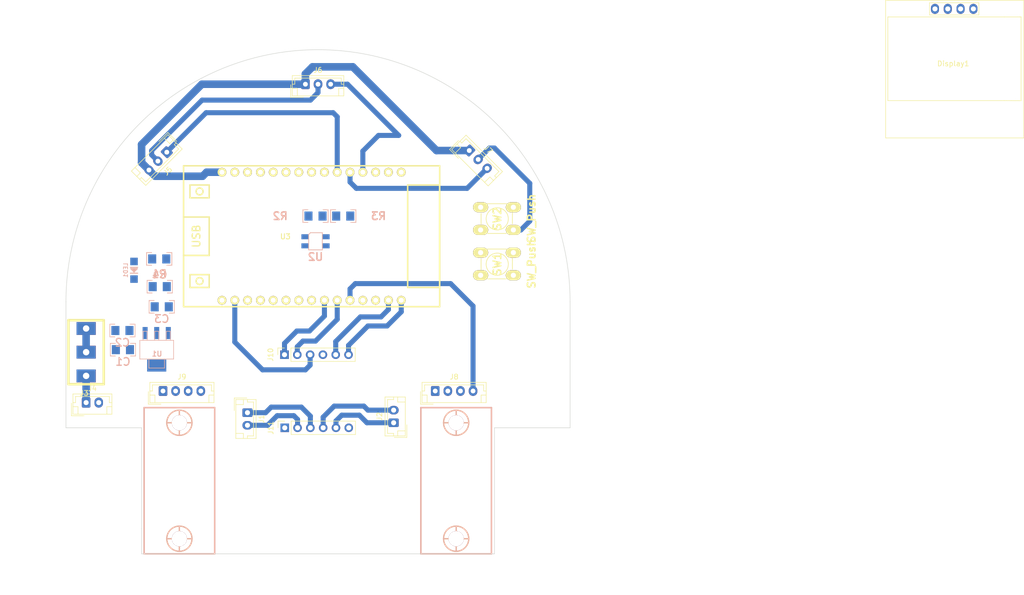
<source format=kicad_pcb>
(kicad_pcb (version 20211014) (generator pcbnew)
  (layers (0 "F.Cu" signal) (31 "B.Cu" signal) (34 "B.Paste" user) (35 "F.Paste" user) (36 "B.SilkS" user "B.Silkscreen") (37 "F.SilkS" user "F.Silkscreen") (38 "B.Mask" user) (39 "F.Mask" user) (44 "Edge.Cuts" user))
  (net 0 "")
  (net 1 "+BATT")
  (net 2 "GND")
  (net 3 "+5V")
  (net 4 "/IR_DER")
  (net 5 "/IR_FRONTAL")
  (net 6 "/IR_IZQ")
  (net 7 "/D0")
  (net 9 "/D1")
  (net 11 "/VBAT")
  (net 12 "/BIN1")
  (net 13 "/BIN2")
  (net 14 "/AIN2")
  (net 15 "/AIN1")
  (net 16 "/BOUT1")
  (net 17 "/BOUT2")
  (net 18 "/AOUT2")
  (net 19 "/AOUT1")
  (net 20 "Net-(LED1-Pad1)")
  (net 21 "/SCL")
  (net 22 "/SDA")
  (net 25 "Net-(R2-Pad2)")
  (net 26 "/TATAMI")
  (net 27 "/Start")
  (net 28 "/Strategy_A")
  (footprint "Connector_JST:JST_EH_B2B-EH-A_1x02_P2.50mm_Vertical" (layer "F.Cu") (at 146 112 -90)
    (fp_text reference "J1" (at 1.25 -2.8 90) (layer "F.SilkS"))
    (fp_text value "MotorIzq")
    (fp_line (start 4.61 0) (end 5.11 0) (layer "F.SilkS") (width 0.12))
    (fp_line (start -1.61 0.81) (end -1.61 2.31) (layer "F.SilkS") (width 0.12))
    (fp_line (start 5.11 0.81) (end 4.11 0.81) (layer "F.SilkS") (width 0.12))
    (fp_line (start 5.11 2.31) (end 5.11 -1.71) (layer "F.SilkS") (width 0.12))
    (fp_line (start -2.61 0) (end -2.11 0) (layer "F.SilkS") (width 0.12))
    (fp_line (start -2.61 2.31) (end 5.11 2.31) (layer "F.SilkS") (width 0.12))
    (fp_line (start -2.91 0.11) (end -2.91 2.61) (layer "F.SilkS") (width 0.12))
    (fp_line (start -2.61 -1.71) (end -2.61 2.31) (layer "F.SilkS") (width 0.12))
    (fp_line (start -2.61 0.81) (end -1.61 0.81) (layer "F.SilkS") (width 0.12))
    (fp_line (start 4.61 -1.21) (end 4.61 0) (layer "F.SilkS") (width 0.12))
    (fp_line (start 4.11 0.81) (end 4.11 2.31) (layer "F.SilkS") (width 0.12))
    (fp_line (start -2.11 -1.21) (end 4.61 -1.21) (layer "F.SilkS") (width 0.12))
    (fp_line (start -2.11 0) (end -2.11 -1.21) (layer "F.SilkS") (width 0.12))
    (fp_line (start -2.91 2.61) (end -0.41 2.61) (layer "F.SilkS") (width 0.12))
    (fp_line (start 5.11 -1.71) (end -2.61 -1.71) (layer "F.SilkS") (width 0.12))
    (pad "1" thru_hole roundrect (at 0 0 270) (size 1.7 2) (drill 1) (layers *.Cu *.Mask) (roundrect_rratio 0.147059) (net 17 "/BOUT2"))
    (pad "2" thru_hole oval (at 2.5 0 270) (size 1.7 2) (drill 1) (layers *.Cu *.Mask) (net 16 "/BOUT1"))
  )
  (footprint "Connector_JST:JST_EH_B2B-EH-A_1x02_P2.50mm_Vertical" (layer "F.Cu") (at 175 114 90)
    (fp_text reference "J2" (at 1.25 -2.8 90) (layer "F.SilkS"))
    (fp_text value "MotorDer")
    (fp_line (start 4.61 -1.21) (end 4.61 0) (layer "F.SilkS") (width 0.12))
    (fp_line (start 5.11 -1.71) (end -2.61 -1.71) (layer "F.SilkS") (width 0.12))
    (fp_line (start -2.11 0) (end -2.11 -1.21) (layer "F.SilkS") (width 0.12))
    (fp_line (start -1.61 0.81) (end -1.61 2.31) (layer "F.SilkS") (width 0.12))
    (fp_line (start -2.11 -1.21) (end 4.61 -1.21) (layer "F.SilkS") (width 0.12))
    (fp_line (start -2.61 -1.71) (end -2.61 2.31) (layer "F.SilkS") (width 0.12))
    (fp_line (start -2.91 2.61) (end -0.41 2.61) (layer "F.SilkS") (width 0.12))
    (fp_line (start 4.61 0) (end 5.11 0) (layer "F.SilkS") (width 0.12))
    (fp_line (start 5.11 2.31) (end 5.11 -1.71) (layer "F.SilkS") (width 0.12))
    (fp_line (start -2.61 0.81) (end -1.61 0.81) (layer "F.SilkS") (width 0.12))
    (fp_line (start 5.11 0.81) (end 4.11 0.81) (layer "F.SilkS") (width 0.12))
    (fp_line (start -2.61 0) (end -2.11 0) (layer "F.SilkS") (width 0.12))
    (fp_line (start -2.61 2.31) (end 5.11 2.31) (layer "F.SilkS") (width 0.12))
    (fp_line (start -2.91 0.11) (end -2.91 2.61) (layer "F.SilkS") (width 0.12))
    (fp_line (start 4.11 0.81) (end 4.11 2.31) (layer "F.SilkS") (width 0.12))
    (pad "1" thru_hole roundrect (at 0 0 90) (size 1.7 2) (drill 1) (layers *.Cu *.Mask) (roundrect_rratio 0.147059) (net 19 "/AOUT1"))
    (pad "2" thru_hole oval (at 2.5 0 90) (size 1.7 2) (drill 1) (layers *.Cu *.Mask) (net 18 "/AOUT2"))
  )
  (footprint "Connector_JST:JST_EH_B4B-EH-A_1x04_P2.50mm_Vertical" (layer "F.Cu") (at 183.25 107.7)
    (fp_text reference "J8" (at 3.75 -2.8) (layer "F.SilkS"))
    (fp_text value "Encoder_DER")
    (fp_line (start -2.11 0) (end -2.11 -1.21) (layer "F.SilkS") (width 0.12))
    (fp_line (start -2.11 -1.21) (end 9.61 -1.21) (layer "F.SilkS") (width 0.12))
    (fp_line (start 9.11 0.81) (end 9.11 2.31) (layer "F.SilkS") (width 0.12))
    (fp_line (start -2.91 2.61) (end -0.41 2.61) (layer "F.SilkS") (width 0.12))
    (fp_line (start 9.61 -1.21) (end 9.61 0) (layer "F.SilkS") (width 0.12))
    (fp_line (start 10.11 2.31) (end 10.11 -1.71) (layer "F.SilkS") (width 0.12))
    (fp_line (start 9.61 0) (end 10.11 0) (layer "F.SilkS") (width 0.12))
    (fp_line (start -2.61 0) (end -2.11 0) (layer "F.SilkS") (width 0.12))
    (fp_line (start 10.11 -1.71) (end -2.61 -1.71) (layer "F.SilkS") (width 0.12))
    (fp_line (start -2.61 -1.71) (end -2.61 2.31) (layer "F.SilkS") (width 0.12))
    (fp_line (start 10.11 0.81) (end 9.11 0.81) (layer "F.SilkS") (width 0.12))
    (fp_line (start -2.91 0.11) (end -2.91 2.61) (layer "F.SilkS") (width 0.12))
    (fp_line (start -1.61 0.81) (end -1.61 2.31) (layer "F.SilkS") (width 0.12))
    (fp_line (start -2.61 0.81) (end -1.61 0.81) (layer "F.SilkS") (width 0.12))
    (fp_line (start -2.61 2.31) (end 10.11 2.31) (layer "F.SilkS") (width 0.12))
    (pad "1" thru_hole roundrect (at 0 0) (size 1.7 1.95) (drill 0.95) (layers *.Cu *.Mask) (roundrect_rratio 0.147059) (net 3 "+5V"))
    (pad "2" thru_hole oval (at 2.5 0) (size 1.7 1.95) (drill 0.95) (layers *.Cu *.Mask) (net 2 "GND"))
    (pad "3" thru_hole oval (at 5 0) (size 1.7 1.95) (drill 0.95) (layers *.Cu *.Mask))
    (pad "4" thru_hole oval (at 7.5 0) (size 1.7 1.95) (drill 0.95) (layers *.Cu *.Mask) (net 7 "/D0"))
  )
  (footprint "Connector_JST:JST_EH_B3B-EH-A_1x03_P2.50mm_Vertical" (layer "F.Cu") (at 157.5 46.845)
    (fp_text reference "J6" (at 2.5 -2.8) (layer "F.SilkS"))
    (fp_text value "Distancia_Frontal")
    (fp_line (start 7.61 2.31) (end 7.61 -1.71) (layer "F.SilkS") (width 0.12))
    (fp_line (start -2.11 -1.21) (end 7.11 -1.21) (layer "F.SilkS") (width 0.12))
    (fp_line (start -2.61 2.31) (end 7.61 2.31) (layer "F.SilkS") (width 0.12))
    (fp_line (start 7.11 -1.21) (end 7.11 0) (layer "F.SilkS") (width 0.12))
    (fp_line (start -2.61 0.81) (end -1.61 0.81) (layer "F.SilkS") (width 0.12))
    (fp_line (start 7.11 0) (end 7.61 0) (layer "F.SilkS") (width 0.12))
    (fp_line (start -2.61 0) (end -2.11 0) (layer "F.SilkS") (width 0.12))
    (fp_line (start 6.61 0.81) (end 6.61 2.31) (layer "F.SilkS") (width 0.12))
    (fp_line (start -2.91 0.11) (end -2.91 2.61) (layer "F.SilkS") (width 0.12))
    (fp_line (start -2.61 -1.71) (end -2.61 2.31) (layer "F.SilkS") (width 0.12))
    (fp_line (start -2.11 0) (end -2.11 -1.21) (layer "F.SilkS") (width 0.12))
    (fp_line (start -2.91 2.61) (end -0.41 2.61) (layer "F.SilkS") (width 0.12))
    (fp_line (start -1.61 0.81) (end -1.61 2.31) (layer "F.SilkS") (width 0.12))
    (fp_line (start 7.61 -1.71) (end -2.61 -1.71) (layer "F.SilkS") (width 0.12))
    (fp_line (start 7.61 0.81) (end 6.61 0.81) (layer "F.SilkS") (width 0.12))
    (pad "1" thru_hole roundrect (at 0 0) (size 1.7 1.95) (drill 0.95) (layers *.Cu *.Mask) (roundrect_rratio 0.147059) (net 3 "+5V"))
    (pad "2" thru_hole oval (at 2.5 0) (size 1.7 1.95) (drill 0.95) (layers *.Cu *.Mask) (net 2 "GND"))
    (pad "3" thru_hole oval (at 5 0) (size 1.7 1.95) (drill 0.95) (layers *.Cu *.Mask) (net 5 "/IR_FRONTAL"))
  )
  (footprint "Connector_JST:JST_EH_B4B-EH-A_1x04_P2.50mm_Vertical" (layer "F.Cu") (at 129.25 107.7)
    (fp_text reference "J9" (at 3.75 -2.8) (layer "F.SilkS"))
    (fp_text value "Encoder_IZQ")
    (fp_line (start -1.61 0.81) (end -1.61 2.31) (layer "F.SilkS") (width 0.12))
    (fp_line (start 9.61 -1.21) (end 9.61 0) (layer "F.SilkS") (width 0.12))
    (fp_line (start -2.61 2.31) (end 10.11 2.31) (layer "F.SilkS") (width 0.12))
    (fp_line (start -2.61 0.81) (end -1.61 0.81) (layer "F.SilkS") (width 0.12))
    (fp_line (start 10.11 -1.71) (end -2.61 -1.71) (layer "F.SilkS") (width 0.12))
    (fp_line (start -2.11 0) (end -2.11 -1.21) (layer "F.SilkS") (width 0.12))
    (fp_line (start 10.11 0.81) (end 9.11 0.81) (layer "F.SilkS") (width 0.12))
    (fp_line (start -2.11 -1.21) (end 9.61 -1.21) (layer "F.SilkS") (width 0.12))
    (fp_line (start -2.61 0) (end -2.11 0) (layer "F.SilkS") (width 0.12))
    (fp_line (start -2.91 2.61) (end -0.41 2.61) (layer "F.SilkS") (width 0.12))
    (fp_line (start -2.91 0.11) (end -2.91 2.61) (layer "F.SilkS") (width 0.12))
    (fp_line (start 9.11 0.81) (end 9.11 2.31) (layer "F.SilkS") (width 0.12))
    (fp_line (start -2.61 -1.71) (end -2.61 2.31) (layer "F.SilkS") (width 0.12))
    (fp_line (start 9.61 0) (end 10.11 0) (layer "F.SilkS") (width 0.12))
    (fp_line (start 10.11 2.31) (end 10.11 -1.71) (layer "F.SilkS") (width 0.12))
    (pad "1" thru_hole roundrect (at 0 0) (size 1.7 1.95) (drill 0.95) (layers *.Cu *.Mask) (roundrect_rratio 0.147059) (net 3 "+5V"))
    (pad "2" thru_hole oval (at 2.5 0) (size 1.7 1.95) (drill 0.95) (layers *.Cu *.Mask) (net 2 "GND"))
    (pad "3" thru_hole oval (at 5 0) (size 1.7 1.95) (drill 0.95) (layers *.Cu *.Mask) (net 9 "/D1"))
    (pad "4" thru_hole oval (at 7.5 0) (size 1.7 1.95) (drill 0.95) (layers *.Cu *.Mask))
  )
  (footprint "Connector_PinSocket_2.54mm:PinSocket_1x06_P2.54mm_Vertical" (layer "F.Cu") (at 153.35 100.5 90)
    (fp_text reference "J10" (at 0 -2.77 90) (layer "F.SilkS"))
    (fp_text value "DRV8833_IN")
    (fp_line (start 1.33 -1.33) (end 1.33 0) (layer "F.SilkS") (width 0.12))
    (fp_line (start -1.33 1.27) (end 1.33 1.27) (layer "F.SilkS") (width 0.12))
    (fp_line (start 1.33 1.27) (end 1.33 14.03) (layer "F.SilkS") (width 0.12))
    (fp_line (start 0 -1.33) (end 1.33 -1.33) (layer "F.SilkS") (width 0.12))
    (fp_line (start -1.33 14.03) (end 1.33 14.03) (layer "F.SilkS") (width 0.12))
    (fp_line (start -1.33 1.27) (end -1.33 14.03) (layer "F.SilkS") (width 0.12))
    (pad "1" thru_hole rect (at 0 0 90) (size 1.7 1.7) (drill 1) (layers *.Cu *.Mask) (net 15 "/AIN1"))
    (pad "2" thru_hole oval (at 0 2.54 90) (size 1.7 1.7) (drill 1) (layers *.Cu *.Mask) (net 14 "/AIN2"))
    (pad "3" thru_hole oval (at 0 5.08 90) (size 1.7 1.7) (drill 1) (layers *.Cu *.Mask) (net 2 "GND"))
    (pad "4" thru_hole oval (at 0 7.62 90) (size 1.7 1.7) (drill 1) (layers *.Cu *.Mask) (net 1 "+BATT"))
    (pad "5" thru_hole oval (at 0 10.16 90) (size 1.7 1.7) (drill 1) (layers *.Cu *.Mask) (net 13 "/BIN2"))
    (pad "6" thru_hole oval (at 0 12.7 90) (size 1.7 1.7) (drill 1) (layers *.Cu *.Mask) (net 12 "/BIN1"))
  )
  (footprint "EESTN5:SW_SPDT_TH_Vertical" (layer "F.Cu") (at 114 100 180)
    (fp_text reference "J3" (at 0.381 -8.128) (layer "F.SilkS"))
    (fp_text value "SWITCH" hide)
    (fp_line (start 3.5 -6.35) (end 3.5 6.35) (layer "F.SilkS") (width 0.508))
    (fp_line (start -3.5 6.35) (end 3.5 6.35) (layer "F.SilkS") (width 0.508))
    (fp_line (start 3.5 -6.35) (end -3.5 -6.35) (layer "F.SilkS") (width 0.5))
    (fp_line (start -3.5 -6.35) (end -3.5 6.35) (layer "F.SilkS") (width 0.5))
    (pad "1" thru_hole rect locked (at 0 -4.7 180) (size 3.81 2.54) (drill 1.27) (layers *.Cu *.Mask) (net 11 "/VBAT"))
    (pad "2" thru_hole rect locked (at 0 0 180) (size 3.81 2.54) (drill 1.27) (layers *.Cu *.Mask) (net 1 "+BATT"))
    (pad "3" thru_hole rect locked (at 0 4.7 180) (size 3.81 2.54) (drill 1.27) (layers *.Cu *.Mask) (net 1 "+BATT"))
  )
  (footprint "Connector_PinSocket_2.54mm:PinSocket_1x06_P2.54mm_Vertical" (layer "F.Cu") (at 153.4 115 90)
    (fp_text reference "J11" (at 0 -2.77 90) (layer "F.SilkS"))
    (fp_text value "DRV8833_OUT")
    (fp_line (start 1.33 1.27) (end 1.33 14.03) (layer "F.SilkS") (width 0.12))
    (fp_line (start -1.33 1.27) (end 1.33 1.27) (layer "F.SilkS") (width 0.12))
    (fp_line (start 0 -1.33) (end 1.33 -1.33) (layer "F.SilkS") (width 0.12))
    (fp_line (start -1.33 14.03) (end 1.33 14.03) (layer "F.SilkS") (width 0.12))
    (fp_line (start -1.33 1.27) (end -1.33 14.03) (layer "F.SilkS") (width 0.12))
    (fp_line (start 1.33 -1.33) (end 1.33 0) (layer "F.SilkS") (width 0.12))
    (pad "1" thru_hole rect (at 0 0 90) (size 1.7 1.7) (drill 1) (layers *.Cu *.Mask))
    (pad "2" thru_hole oval (at 0 2.54 90) (size 1.7 1.7) (drill 1) (layers *.Cu *.Mask) (net 16 "/BOUT1"))
    (pad "3" thru_hole oval (at 0 5.08 90) (size 1.7 1.7) (drill 1) (layers *.Cu *.Mask) (net 17 "/BOUT2"))
    (pad "4" thru_hole oval (at 0 7.62 90) (size 1.7 1.7) (drill 1) (layers *.Cu *.Mask) (net 18 "/AOUT2"))
    (pad "5" thru_hole oval (at 0 10.16 90) (size 1.7 1.7) (drill 1) (layers *.Cu *.Mask) (net 19 "/AOUT1"))
    (pad "6" thru_hole oval (at 0 12.7 90) (size 1.7 1.7) (drill 1) (layers *.Cu *.Mask))
  )
  (footprint "Connector_JST:JST_EH_B3B-EH-A_1x03_P2.50mm_Vertical" (layer "F.Cu") (at 190 60 -45)
    (fp_text reference "J7" (at 2.5 -2.8 135) (layer "F.SilkS"))
    (fp_text value "Distancia_Der")
    (fp_line (start 7.61 0.81) (end 6.61 0.81) (layer "F.SilkS") (width 0.12))
    (fp_line (start -2.11 -1.21) (end 7.11 -1.21) (layer "F.SilkS") (width 0.12))
    (fp_line (start -2.61 0.81) (end -1.61 0.81) (layer "F.SilkS") (width 0.12))
    (fp_line (start 7.11 -1.21) (end 7.11 0) (layer "F.SilkS") (width 0.12))
    (fp_line (start -2.91 2.61) (end -0.41 2.61) (layer "F.SilkS") (width 0.12))
    (fp_line (start -2.91 0.11) (end -2.91 2.61) (layer "F.SilkS") (width 0.12))
    (fp_line (start 7.61 2.31) (end 7.61 -1.71) (layer "F.SilkS") (width 0.12))
    (fp_line (start -1.61 0.81) (end -1.61 2.31) (layer "F.SilkS") (width 0.12))
    (fp_line (start 6.61 0.81) (end 6.61 2.31) (layer "F.SilkS") (width 0.12))
    (fp_line (start -2.61 2.31) (end 7.61 2.31) (layer "F.SilkS") (width 0.12))
    (fp_line (start 7.61 -1.71) (end -2.61 -1.71) (layer "F.SilkS") (width 0.12))
    (fp_line (start 7.11 0) (end 7.61 0) (layer "F.SilkS") (width 0.12))
    (fp_line (start -2.61 -1.71) (end -2.61 2.31) (layer "F.SilkS") (width 0.12))
    (fp_line (start -2.61 0) (end -2.11 0) (layer "F.SilkS") (width 0.12))
    (fp_line (start -2.11 0) (end -2.11 -1.21) (layer "F.SilkS") (width 0.12))
    (pad "1" thru_hole roundrect (at 0 0 315) (size 1.7 1.95) (drill 0.95) (layers *.Cu *.Mask) (roundrect_rratio 0.147059) (net 3 "+5V"))
    (pad "2" thru_hole oval (at 2.5 0 315) (size 1.7 1.95) (drill 0.95) (layers *.Cu *.Mask) (net 2 "GND"))
    (pad "3" thru_hole oval (at 5 0 315) (size 1.7 1.95) (drill 0.95) (layers *.Cu *.Mask) (net 6 "/IR_IZQ"))
  )
  (footprint "EESTN5:Pulsador_TH_4" (layer "F.Cu") (at 195.5 82.5 -90)
    (fp_text reference "SW1" (at 0.05 -0.05 90) (layer "F.SilkS") (effects (font (size 1.5 1.5) (thickness 0.3))))
    (fp_text value "SW_Push" (at 0 -6.85 90) (layer "F.SilkS") (effects (font (size 1.5 1.5) (thickness 0.3))))
    (fp_line (start -1.05 3.15) (end 1.15 3.15) (layer "F.SilkS") (width 0.15))
    (fp_line (start 2.95 -1.85) (end 2.95 1.85) (layer "F.SilkS") (width 0.15))
    (fp_line (start -2.95 -1.95) (end -2.95 1.95) (layer "F.SilkS") (width 0.15))
    (fp_line (start -1.15 -3.05) (end 1.05 -3.05) (layer "F.SilkS") (width 0.15))
    (fp_circle (center 0.05 -0.05) (end 0.05 2.15) (layer "F.SilkS") (width 0.15) (fill none))
    (pad "1" thru_hole oval locked (at 2.25 -3.25 270) (size 2 3) (drill 1.016) (layers *.Cu *.Mask "F.SilkS") (net 2 "GND"))
    (pad "2" thru_hole oval locked (at 2.25 3.25 270) (size 2 3) (drill 1.016) (layers *.Cu *.Mask "F.SilkS") (net 27 "/Start"))
    (pad "3" thru_hole oval locked (at -2.25 -3.25 270) (size 2 3) (drill 1.016) (layers *.Cu *.Mask "F.SilkS"))
    (pad "4" thru_hole oval locked (at -2.25 3.25 270) (size 2 3) (drill 1.016) (layers *.Cu *.Mask "F.SilkS"))
  )
  (footprint "EESTN5:ESP32_DevKit_V1_CH9102X" (layer "F.Cu") (at 160 77 180)
    (fp_text reference "U3" (at 6.477 -0.0635) (layer "F.SilkS") (effects (font (size 1.016 1.016) (thickness 0.2032))))
    (fp_text value "ESP32_DevKit_V1_CH9102X" hide)
    (fp_text user "USB" (at 24.13 0 90) (layer "F.SilkS") (effects (font (size 1.524 1.524) (thickness 0.254))))
    (fp_line (start 21.59 7.62) (end 25.4 7.62) (layer "F.SilkS") (width 0.3048))
    (fp_line (start 26.67 -3.81) (end 21.59 -3.81) (layer "F.SilkS") (width 0.3048))
    (fp_line (start -24.13 -13.97) (end 26.67 -13.97) (layer "F.SilkS") (width 0.3048))
    (fp_line (start 25.4 7.62) (end 25.4 10.16) (layer "F.SilkS") (width 0.3048))
    (fp_line (start 21.59 3.81) (end 26.67 3.81) (layer "F.SilkS") (width 0.3048))
    (fp_line (start 21.59 -7.62) (end 25.4 -7.62) (layer "F.SilkS") (width 0.3048))
    (fp_line (start -24.13 10.16) (end -17.78 10.16) (layer "F.SilkS") (width 0.3048))
    (fp_line (start 25.4 -7.62) (end 25.4 -10.16) (layer "F.SilkS") (width 0.3048))
    (fp_line (start 25.4 10.16) (end 21.59 10.16) (layer "F.SilkS") (width 0.3048))
    (fp_line (start 21.59 -10.16) (end 21.59 -7.62) (layer "F.SilkS") (width 0.3048))
    (fp_line (start 26.67 13.97) (end -24.13 13.97) (layer "F.SilkS") (width 0.3048))
    (fp_line (start 21.59 -3.81) (end 21.59 3.81) (layer "F.SilkS") (width 0.3048))
    (fp_line (start -17.78 -10.16) (end -17.78 10.16) (layer "F.SilkS") (width 0.3048))
    (fp_line (start -24.13 -10.16) (end -24.13 10.16) (layer "F.SilkS") (width 0.3048))
    (fp_line (start 26.67 13.97) (end 26.67 -13.97) (layer "F.SilkS") (width 0.3048))
    (fp_line (start 25.4 -10.16) (end 21.59 -10.16) (layer "F.SilkS") (width 0.3048))
    (fp_line (start -24.13 -13.97) (end -24.13 13.97) (layer "F.SilkS") (width 0.3048))
    (fp_line (start 21.59 10.16) (end 21.59 7.62) (layer "F.SilkS") (width 0.3048))
    (fp_line (start -24.13 -10.16) (end -17.78 -10.16) (layer "F.SilkS") (width 0.3048))
    (fp_circle (center 23.495 8.89) (end 24.0665 9.271) (layer "F.SilkS") (width 0.3048) (fill none))
    (fp_circle (center 23.495 -8.89) (end 24.0665 -8.509) (layer "F.SilkS") (width 0.3048) (fill none))
    (pad "1" thru_hole circle (at -16.51 12.7 180) (size 1.75 1.75) (drill 1) (layers *.Cu *.Mask "F.SilkS"))
    (pad "2" thru_hole circle (at -13.97 12.7 180) (size 1.75 1.75) (drill 1) (layers *.Cu *.Mask "F.SilkS"))
    (pad "3" thru_hole circle (at -11.43 12.7 180) (size 1.75 1.75) (drill 1) (layers *.Cu *.Mask "F.SilkS"))
    (pad "4" thru_hole circle (at -8.89 12.7 180) (size 1.75 1.75) (drill 1) (layers *.Cu *.Mask "F.SilkS") (net 5 "/IR_FRONTAL"))
    (pad "5" thru_hole circle (at -6.35 12.7 180) (size 1.75 1.75) (drill 1) (layers *.Cu *.Mask "F.SilkS") (net 6 "/IR_IZQ"))
    (pad "6" thru_hole circle (at -3.81 12.7 180) (size 1.75 1.75) (drill 1) (layers *.Cu *.Mask "F.SilkS") (net 4 "/IR_DER"))
    (pad "7" thru_hole circle (at -1.27 12.7 180) (size 1.75 1.75) (drill 1) (layers *.Cu *.Mask "F.SilkS") (net 26 "/TATAMI"))
    (pad "8" thru_hole circle (at 1.27 12.7 180) (size 1.75 1.75) (drill 1) (layers *.Cu *.Mask "F.SilkS") (net 27 "/Start"))
    (pad "9" thru_hole circle (at 3.81 12.7 180) (size 1.75 1.75) (drill 1) (layers *.Cu *.Mask "F.SilkS") (net 9 "/D1"))
    (pad "10" thru_hole circle (at 6.35 12.7 180) (size 1.75 1.75) (drill 1) (layers *.Cu *.Mask "F.SilkS") (net 28 "/Strategy_A"))
    (pad "11" thru_hole circle (at 8.89 12.7 180) (size 1.75 1.75) (drill 1) (layers *.Cu *.Mask "F.SilkS"))
    (pad "12" thru_hole circle (at 11.43 12.7 180) (size 1.75 1.75) (drill 1) (layers *.Cu *.Mask "F.SilkS"))
    (pad "13" thru_hole circle (at 13.97 12.7 180) (size 1.75 1.75) (drill 1) (layers *.Cu *.Mask "F.SilkS"))
    (pad "14" thru_hole circle (at 16.51 12.7 180) (size 1.75 1.75) (drill 1) (layers *.Cu *.Mask "F.SilkS") (net 2 "GND"))
    (pad "15" thru_hole circle (at 19.05 12.7 180) (size 1.75 1.75) (drill 1) (layers *.Cu *.Mask "F.SilkS") (net 3 "+5V"))
    (pad "16" thru_hole circle (at 19.05 -12.7) (size 1.75 1.75) (drill 1) (layers *.Cu *.Mask "F.SilkS"))
    (pad "17" thru_hole circle (at 16.51 -12.7) (size 1.75 1.75) (drill 1) (layers *.Cu *.Mask "F.SilkS") (net 2 "GND"))
    (pad "18" thru_hole circle (at 13.97 -12.7) (size 1.75 1.75) (drill 1) (layers *.Cu *.Mask "F.SilkS"))
    (pad "19" thru_hole circle (at 11.43 -12.7) (size 1.75 1.75) (drill 1) (layers *.Cu *.Mask "F.SilkS"))
    (pad "20" thru_hole circle (at 8.89 -12.7) (size 1.75 1.75) (drill 1) (layers *.Cu *.Mask "F.SilkS"))
    (pad "21" thru_hole circle (at 6.35 -12.7) (size 1.75 1.75) (drill 1) (layers *.Cu *.Mask "F.SilkS") (net 22 "/SDA"))
    (pad "22" thru_hole circle (at 3.81 -12.7) (size 1.75 1.75) (drill 1) (layers *.Cu *.Mask "F.SilkS") (net 21 "/SCL"))
    (pad "23" thru_hole circle (at 1.27 -12.7) (size 1.75 1.75) (drill 1) (layers *.Cu *.Mask "F.SilkS"))
    (pad "24" thru_hole circle (at -1.27 -12.7) (size 1.75 1.75) (drill 1) (layers *.Cu *.Mask "F.SilkS") (net 15 "/AIN1"))
    (pad "25" thru_hole circle (at -3.81 -12.7) (size 1.75 1.75) (drill 1) (layers *.Cu *.Mask "F.SilkS") (net 14 "/AIN2"))
    (pad "26" thru_hole circle (at -6.35 -12.7) (size 1.75 1.75) (drill 1) (layers *.Cu *.Mask "F.SilkS") (net 7 "/D0"))
    (pad "27" thru_hole circle (at -8.89 -12.7) (size 1.75 1.75) (drill 1) (layers *.Cu *.Mask "F.SilkS"))
    (pad "28" thru_hole circle (at -11.43 -12.7) (size 1.75 1.75) (drill 1) (layers *.Cu *.Mask "F.SilkS"))
    (pad "29" thru_hole circle (at -13.97 -12.7) (size 1.75 1.75) (drill 1) (layers *.Cu *.Mask "F.SilkS") (net 13 "/BIN2"))
    (pad "30" thru_hole circle (at -16.51 -12.7) (size 1.75 1.75) (drill 1) (layers *.Cu *.Mask "F.SilkS") (net 12 "/BIN1"))
  )
  (footprint "EESTN5:Pulsador_TH_4" (layer "F.Cu") (at 195.5 73.5 -90)
    (fp_text reference "SW2" (at 0.05 -0.05 90) (layer "F.SilkS") (effects (font (size 1.5 1.5) (thickness 0.3))))
    (fp_text value "SW_Push" (at 0 -6.85 90) (layer "F.SilkS") (effects (font (size 1.5 1.5) (thickness 0.3))))
    (fp_line (start -2.95 -1.95) (end -2.95 1.95) (layer "F.SilkS") (width 0.15))
    (fp_line (start -1.05 3.15) (end 1.15 3.15) (layer "F.SilkS") (width 0.15))
    (fp_line (start 2.95 -1.85) (end 2.95 1.85) (layer "F.SilkS") (width 0.15))
    (fp_line (start -1.15 -3.05) (end 1.05 -3.05) (layer "F.SilkS") (width 0.15))
    (fp_circle (center 0.05 -0.05) (end 0.05 2.15) (layer "F.SilkS") (width 0.15) (fill none))
    (pad "1" thru_hole oval locked (at 2.25 -3.25 270) (size 2 3) (drill 1.016) (layers *.Cu *.Mask "F.SilkS") (net 2 "GND"))
    (pad "2" thru_hole oval locked (at 2.25 3.25 270) (size 2 3) (drill 1.016) (layers *.Cu *.Mask "F.SilkS") (net 28 "/Strategy_A"))
    (pad "3" thru_hole oval locked (at -2.25 -3.25 270) (size 2 3) (drill 1.016) (layers *.Cu *.Mask "F.SilkS"))
    (pad "4" thru_hole oval locked (at -2.25 3.25 270) (size 2 3) (drill 1.016) (layers *.Cu *.Mask "F.SilkS"))
  )
  (footprint "Connector_JST:JST_EH_B2B-EH-A_1x02_P2.50mm_Vertical" (layer "F.Cu") (at 114 110)
    (fp_text reference "J4" (at 1.25 -2.8) (layer "F.SilkS"))
    (fp_text value "Jack_Batt")
    (fp_line (start 5.11 0.81) (end 4.11 0.81) (layer "F.SilkS") (width 0.12))
    (fp_line (start 4.11 0.81) (end 4.11 2.31) (layer "F.SilkS") (width 0.12))
    (fp_line (start -2.61 0.81) (end -1.61 0.81) (layer "F.SilkS") (width 0.12))
    (fp_line (start -2.11 -1.21) (end 4.61 -1.21) (layer "F.SilkS") (width 0.12))
    (fp_line (start -2.61 2.31) (end 5.11 2.31) (layer "F.SilkS") (width 0.12))
    (fp_line (start 4.61 0) (end 5.11 0) (layer "F.SilkS") (width 0.12))
    (fp_line (start -2.91 2.61) (end -0.41 2.61) (layer "F.SilkS") (width 0.12))
    (fp_line (start 5.11 -1.71) (end -2.61 -1.71) (layer "F.SilkS") (width 0.12))
    (fp_line (start -1.61 0.81) (end -1.61 2.31) (layer "F.SilkS") (width 0.12))
    (fp_line (start -2.91 0.11) (end -2.91 2.61) (layer "F.SilkS") (width 0.12))
    (fp_line (start 4.61 -1.21) (end 4.61 0) (layer "F.SilkS") (width 0.12))
    (fp_line (start -2.61 -1.71) (end -2.61 2.31) (layer "F.SilkS") (width 0.12))
    (fp_line (start 5.11 2.31) (end 5.11 -1.71) (layer "F.SilkS") (width 0.12))
    (fp_line (start -2.61 0) (end -2.11 0) (layer "F.SilkS") (width 0.12))
    (fp_line (start -2.11 0) (end -2.11 -1.21) (layer "F.SilkS") (width 0.12))
    (pad "1" thru_hole roundrect (at 0 0) (size 1.7 2) (drill 1) (layers *.Cu *.Mask) (roundrect_rratio 0.147059) (net 11 "/VBAT"))
    (pad "2" thru_hole oval (at 2.5 0) (size 1.7 2) (drill 1) (layers *.Cu *.Mask) (net 2 "GND"))
  )
  (footprint "EESTN5:128x64OLED" (layer "F.Cu") (at 286 42.5)
    (fp_text reference "Display1" (at 0 0.254) (layer "F.SilkS"))
    (fp_text value "SSD1306-SSD1306-128x64_OLED")
    (fp_line (start -13.4 -12.3) (end 14 -12.3) (layer "F.SilkS") (width 0.12))
    (fp_line (start -12.978 -9.005) (end 10.122 -9.005) (layer "F.SilkS") (width 0.12))
    (fp_line (start -4.699 -11.811) (end 5.08 -11.811) (layer "F.SilkS") (width 0.12))
    (fp_line (start 10.122 7.595) (end -12.978 7.595) (layer "F.SilkS") (width 0.12))
    (fp_line (start 5.08 -11.811) (end 5.08 -9.398) (layer "F.SilkS") (width 0.12))
    (fp_line (start 13.462 7.62) (end 13.462 -9.017) (layer "F.SilkS") (width 0.12))
    (fp_line (start 13.462 -9.017) (end 13.208 -9.005) (layer "F.SilkS") (width 0.12))
    (fp_line (start 5.08 -9.398) (end -4.699 -9.398) (layer "F.SilkS") (width 0.12))
    (fp_line (start -13.4 15) (end -13.4 -12.3) (layer "F.SilkS") (width 0.12))
    (fp_line (start 10.122 7.595) (end 13.462 7.62) (layer "F.SilkS") (width 0.12))
    (fp_line (start 14 15) (end -13.4 15) (layer "F.SilkS") (width 0.12))
    (fp_line (start 14 -12.3) (end 14 15) (layer "F.SilkS") (width 0.12))
    (fp_line (start 10.122 -9.005) (end 13.208 -9.005) (layer "F.SilkS") (width 0.12))
    (fp_line (start -4.699 -11.811) (end -4.699 -9.398) (layer "F.SilkS") (width 0.12))
    (fp_line (start -12.978 7.595) (end -12.978 -9.005) (layer "F.SilkS") (width 0.12))
    (pad "1" thru_hole oval locked (at -3.62 -10.6 90) (size 2 1.6) (drill 1) (layers *.Cu *.Mask) (net 2 "GND"))
    (pad "2" thru_hole oval locked (at -1.08 -10.6 90) (size 2 1.6) (drill 1) (layers *.Cu *.Mask) (net 3 "+5V"))
    (pad "3" thru_hole oval locked (at 1.46 -10.6 90) (size 2 1.6) (drill 1) (layers *.Cu *.Mask) (net 21 "/SCL"))
    (pad "4" thru_hole oval locked (at 4 -10.6 90) (size 2 1.6) (drill 1) (layers *.Cu *.Mask) (net 22 "/SDA"))
  )
  (footprint "Connector_JST:JST_EH_B3B-EH-A_1x03_P2.50mm_Vertical" (layer "F.Cu") (at 130 60.33 -135)
    (fp_text reference "J5" (at 2.5 -2.8 45) (layer "F.SilkS"))
    (fp_text value "Distancia_Izq")
    (fp_line (start 7.61 2.31) (end 7.61 -1.71) (layer "F.SilkS") (width 0.12))
    (fp_line (start 7.11 0) (end 7.61 0) (layer "F.SilkS") (width 0.12))
    (fp_line (start -2.11 0) (end -2.11 -1.21) (layer "F.SilkS") (width 0.12))
    (fp_line (start 7.61 0.81) (end 6.61 0.81) (layer "F.SilkS") (width 0.12))
    (fp_line (start 7.11 -1.21) (end 7.11 0) (layer "F.SilkS") (width 0.12))
    (fp_line (start 6.61 0.81) (end 6.61 2.31) (layer "F.SilkS") (width 0.12))
    (fp_line (start -2.61 2.31) (end 7.61 2.31) (layer "F.SilkS") (width 0.12))
    (fp_line (start -2.61 0) (end -2.11 0) (layer "F.SilkS") (width 0.12))
    (fp_line (start -2.61 0.81) (end -1.61 0.81) (layer "F.SilkS") (width 0.12))
    (fp_line (start -2.61 -1.71) (end -2.61 2.31) (layer "F.SilkS") (width 0.12))
    (fp_line (start 7.61 -1.71) (end -2.61 -1.71) (layer "F.SilkS") (width 0.12))
    (fp_line (start -2.11 -1.21) (end 7.11 -1.21) (layer "F.SilkS") (width 0.12))
    (fp_line (start -2.91 0.11) (end -2.91 2.61) (layer "F.SilkS") (width 0.12))
    (fp_line (start -2.91 2.61) (end -0.41 2.61) (layer "F.SilkS") (width 0.12))
    (fp_line (start -1.61 0.81) (end -1.61 2.31) (layer "F.SilkS") (width 0.12))
    (pad "1" thru_hole roundrect (at 0 0 225) (size 1.7 1.95) (drill 0.95) (layers *.Cu *.Mask) (roundrect_rratio 0.147059) (net 4 "/IR_DER"))
    (pad "2" thru_hole oval (at 2.5 0 225) (size 1.7 1.95) (drill 0.95) (layers *.Cu *.Mask) (net 2 "GND"))
    (pad "3" thru_hole oval (at 5 0 225) (size 1.7 1.95) (drill 0.95) (layers *.Cu *.Mask) (net 3 "+5V"))
  )
  (footprint "EESTN5:C_1206" (layer "B.Cu") (at 121.3 99.5)
    (fp_text reference "C1" (at 0 2.4) (layer "B.SilkS") (effects (font (size 1.524 1.524) (thickness 0.254)) (justify mirror)))
    (fp_text value "220uF" hide)
    (fp_line (start -1.5 -1.25) (end -2.5 -1.25) (layer "B.SilkS") (width 0.15))
    (fp_line (start -2.5 1.25) (end -2.5 -1.25) (layer "B.SilkS") (width 0.127))
    (fp_line (start 1.5 -1.25) (end 2.5 -1.25) (layer "B.SilkS") (width 0.15))
    (fp_line (start 1.5 1.25) (end 2.5 1.25) (layer "B.SilkS") (width 0.15))
    (fp_line (start -1.5 1.25) (end -2.5 1.25) (layer "B.SilkS") (width 0.15))
    (fp_line (start 2.5 -1.25) (end 2.5 1.25) (layer "B.SilkS") (width 0.127))
    (pad "1" smd rect locked (at 1.397 0) (size 1.6002 1.8034) (layers "B.Cu" "B.Paste" "B.Mask") (net 1 "+BATT"))
    (pad "2" smd rect locked (at -1.397 0) (size 1.6002 1.8034) (layers "B.Cu" "B.Paste" "B.Mask") (net 2 "GND"))
  )
  (footprint "EESTN5:C_1206" (layer "B.Cu") (at 121.2 95.7)
    (fp_text reference "C2" (at 0 2.4) (layer "B.SilkS") (effects (font (size 1.524 1.524) (thickness 0.254)) (justify mirror)))
    (fp_text value "100nF" hide)
    (fp_line (start 2.5 -1.25) (end 2.5 1.25) (layer "B.SilkS") (width 0.127))
    (fp_line (start -1.5 1.25) (end -2.5 1.25) (layer "B.SilkS") (width 0.15))
    (fp_line (start -2.5 1.25) (end -2.5 -1.25) (layer "B.SilkS") (width 0.127))
    (fp_line (start -1.5 -1.25) (end -2.5 -1.25) (layer "B.SilkS") (width 0.15))
    (fp_line (start 1.5 -1.25) (end 2.5 -1.25) (layer "B.SilkS") (width 0.15))
    (fp_line (start 1.5 1.25) (end 2.5 1.25) (layer "B.SilkS") (width 0.15))
    (pad "1" smd rect locked (at 1.397 0) (size 1.6002 1.8034) (layers "B.Cu" "B.Paste" "B.Mask") (net 1 "+BATT"))
    (pad "2" smd rect locked (at -1.397 0) (size 1.6002 1.8034) (layers "B.Cu" "B.Paste" "B.Mask") (net 2 "GND"))
  )
  (footprint "EESTN5:Pololu_Micro_Con_Soporte_Simple" (layer "B.Cu") (at 187.4 125.5 -90)
    (fp_text reference "H1" hide)
    (fp_text value "Motor Der" hide)
    (fp_line (start -14 0) (end -9 0) (layer "B.SilkS") (width 0.254))
    (fp_line (start 9 0) (end 14 0) (layer "B.SilkS") (width 0.254))
    (fp_line (start -14.5 7) (end -14.5 -7) (layer "B.SilkS") (width 0.3048))
    (fp_line (start 14.5 -7) (end 14.5 7) (layer "B.SilkS") (width 0.3048))
    (fp_line (start 14.5 7) (end -14.5 7) (layer "B.SilkS") (width 0.3048))
    (fp_line (start -11.5 2.5) (end -11.5 -2.5) (layer "B.SilkS") (width 0.254))
    (fp_line (start -14.5 -7) (end 14.5 -7) (layer "B.SilkS") (width 0.3048))
    (fp_line (start 11.5 2.5) (end 11.5 -2.5) (layer "B.SilkS") (width 0.254))
    (fp_circle (center -11.5 0) (end -9 0) (layer "B.SilkS") (width 0.254) (fill none))
    (fp_circle (center 11.5 0) (end 14 0) (layer "B.SilkS") (width 0.254) (fill none))
    (fp_line (start 11.5 2.5) (end 11.5 -2.5) (layer "F.SilkS") (width 0.254))
    (fp_line (start 9 0) (end 14 0) (layer "F.SilkS") (width 0.254))
    (fp_line (start -14 0) (end -9 0) (layer "F.SilkS") (width 0.254))
    (fp_line (start -11.5 2.5) (end -11.5 -2.5) (layer "F.SilkS") (width 0.254))
    (fp_circle (center -11.5 0) (end -9 0) (layer "F.SilkS") (width 0.254) (fill none))
    (fp_circle (center 11.5 0) (end 14 0) (layer "F.SilkS") (width 0.254) (fill none))
    (pad "1" thru_hole circle locked (at 11.5 0 270) (size 3 3) (drill 3) (layers *.Cu "B.SilkS"))
    (pad "4" thru_hole circle locked (at -11.5 0 270) (size 3 3) (drill 3) (layers *.Cu "B.SilkS"))
  )
  (footprint "EESTN5:SOT223" (layer "B.Cu") (at 128 99.5)
    (fp_text reference "U1" (at 0.0508 0.8382) (layer "B.SilkS") (effects (font (size 1.00076 1.00076) (thickness 0.20066)) (justify mirror)))
    (fp_text value "L7805" hide)
    (fp_line (start -2.7051 -3.6449) (end -2.7051 -1.8542) (layer "B.SilkS") (width 0.127))
    (fp_line (start 3.3528 -1.8542) (end -3.3528 -1.8542) (layer "B.SilkS") (width 0.127))
    (fp_line (start 0.4064 -3.6449) (end 0.4064 -1.8542) (layer "B.SilkS") (width 0.127))
    (fp_line (start -2.7051 -3.6449) (end -1.8923 -3.6449) (layer "B.SilkS") (width 0.127))
    (fp_line (start -0.4064 -3.6449) (end -0.4064 -1.8542) (layer "B.SilkS") (width 0.127))
    (fp_line (start -0.4064 -3.6449) (end 0.4064 -3.6449) (layer "B.SilkS") (width 0.127))
    (fp_line (start 1.8923 -3.6449) (end 2.7051 -3.6449) (layer "B.SilkS") (width 0.127))
    (fp_line (start 3.3528 1.8542) (end 3.3528 -1.8542) (layer "B.SilkS") (width 0.127))
    (fp_line (start -1.5494 3.6449) (end -1.5494 1.8542) (layer "B.SilkS") (width 0.127))
    (fp_line (start -3.3528 -1.8542) (end -3.3528 1.8542) (layer "B.SilkS") (width 0.127))
    (fp_line (start 1.5494 3.6449) (end 1.5494 1.8542) (layer "B.SilkS") (width 0.127))
    (fp_line (start 2.7051 -3.6449) (end 2.7051 -1.8542) (layer "B.SilkS") (width 0.127))
    (fp_line (start 1.8923 -3.6449) (end 1.8923 -1.8542) (layer "B.SilkS") (width 0.127))
    (fp_line (start -1.8923 -3.6449) (end -1.8923 -1.8542) (layer "B.SilkS") (width 0.127))
    (fp_line (start -3.3528 1.8542) (end 3.3528 1.8542) (layer "B.SilkS") (width 0.127))
    (fp_line (start -1.5494 3.6449) (end 1.5494 3.6449) (layer "B.SilkS") (width 0.127))
    (pad "1" smd rect locked (at -2.3 -3.3) (size 1 2.4) (layers "B.Cu" "B.Paste" "B.Mask") (net 1 "+BATT"))
    (pad "2" smd rect locked (at 0 -3.3) (size 1 2.4) (layers "B.Cu" "B.Paste" "B.Mask") (net 2 "GND"))
    (pad "3" smd rect locked (at 2.3 -3.3) (size 1 2.4) (layers "B.Cu" "B.Paste" "B.Mask") (net 3 "+5V"))
    (pad "4" smd rect locked (at 0 3.15) (size 3.8 2.4) (layers "B.Cu" "B.Paste" "B.Mask"))
  )
  (footprint "EESTN5:QRE1113GR" (layer "B.Cu") (at 159.5 78 180)
    (fp_text reference "U2" (at 0 -3.1) (layer "B.SilkS") (effects (font (size 1.5 1.5) (thickness 0.3)) (justify mirror)))
    (fp_text value "QRE1113" hide)
    (fp_line (start 1.35 1.35) (end 1.35 -1.7) (layer "B.SilkS") (width 0.15))
    (fp_line (start -1.35 -1.7) (end -1.35 1.7) (layer "B.SilkS") (width 0.15))
    (fp_line (start 1 1.7) (end 1.35 1.35) (layer "B.SilkS") (width 0.15))
    (fp_line (start 1.35 -1.7) (end -1.35 -1.7) (layer "B.SilkS") (width 0.15))
    (fp_line (start -1.35 1.7) (end 1 1.7) (layer "B.SilkS") (width 0.15))
    (pad "1" smd rect locked (at 2.1 0.9 180) (size 1.4 1) (layers "B.Cu" "B.Paste" "B.Mask") (net 25 "Net-(R2-Pad2)"))
    (pad "2" smd rect locked (at -2.1 0.9 180) (size 1.4 1) (layers "B.Cu" "B.Paste" "B.Mask") (net 2 "GND"))
    (pad "3" smd rect locked (at -2.1 -0.9 180) (size 1.4 1) (layers "B.Cu" "B.Paste" "B.Mask") (net 26 "/TATAMI"))
    (pad "4" smd rect locked (at 2.1 -0.9 180) (size 1.4 1) (layers "B.Cu" "B.Paste" "B.Mask") (net 2 "GND"))
  )
  (footprint "EESTN5:R_1206" (layer "B.Cu") (at 159.5 73)
    (fp_text reference "R2" (at -7 0) (layer "B.SilkS") (effects (font (size 1.5 1.5) (thickness 0.3)) (justify mirror)))
    (fp_text value "100" hide)
    (fp_line (start 2.5 -1.25) (end 2.5 1.25) (layer "B.SilkS") (width 0.15))
    (fp_line (start -2.5 -1.25) (end -1.5 -1.25) (layer "B.SilkS") (width 0.15))
    (fp_line (start -2.5 1.25) (end -2.5 -1.25) (layer "B.SilkS") (width 0.15))
    (fp_line (start 1.5 1.25) (end 2.5 1.25) (layer "B.SilkS") (width 0.15))
    (fp_line (start 1.5 -1.25) (end 2.5 -1.25) (layer "B.SilkS") (width 0.15))
    (fp_line (start -1.5 1.25) (end -2.5 1.25) (layer "B.SilkS") (width 0.15))
    (pad "1" smd rect locked (at 1.397 0) (size 1.6002 1.8034) (layers "B.Cu" "B.Paste" "B.Mask") (net 3 "+5V"))
    (pad "2" smd rect locked (at -1.397 0) (size 1.6002 1.8034) (layers "B.Cu" "B.Paste" "B.Mask") (net 25 "Net-(R2-Pad2)"))
  )
  (footprint "EESTN5:C_1206" (layer "B.Cu") (at 129 91)
    (fp_text reference "C3" (at 0 2.4) (layer "B.SilkS") (effects (font (size 1.524 1.524) (thickness 0.254)) (justify mirror)))
    (fp_text value "10uF" hide)
    (fp_line (start -1.5 1.25) (end -2.5 1.25) (layer "B.SilkS") (width 0.15))
    (fp_line (start 1.5 -1.25) (end 2.5 -1.25) (layer "B.SilkS") (width 0.15))
    (fp_line (start 2.5 -1.25) (end 2.5 1.25) (layer "B.SilkS") (width 0.127))
    (fp_line (start -1.5 -1.25) (end -2.5 -1.25) (layer "B.SilkS") (width 0.15))
    (fp_line (start -2.5 1.25) (end -2.5 -1.25) (layer "B.SilkS") (width 0.127))
    (fp_line (start 1.5 1.25) (end 2.5 1.25) (layer "B.SilkS") (width 0.15))
    (pad "1" smd rect locked (at 1.397 0) (size 1.6002 1.8034) (layers "B.Cu" "B.Paste" "B.Mask") (net 3 "+5V"))
    (pad "2" smd rect locked (at -1.397 0) (size 1.6002 1.8034) (layers "B.Cu" "B.Paste" "B.Mask") (net 2 "GND"))
  )
  (footprint "EESTN5:C_1206" (layer "B.Cu") (at 128.603 87 180)
    (fp_text reference "C4" (at 0 2.4) (layer "B.SilkS") (effects (font (size 1.524 1.524) (thickness 0.254)) (justify mirror)))
    (fp_text value "100nF" hide)
    (fp_line (start -2.5 1.25) (end -2.5 -1.25) (layer "B.SilkS") (width 0.127))
    (fp_line (start -1.5 1.25) (end -2.5 1.25) (layer "B.SilkS") (width 0.15))
    (fp_line (start 1.5 -1.25) (end 2.5 -1.25) (layer "B.SilkS") (width 0.15))
    (fp_line (start 2.5 -1.25) (end 2.5 1.25) (layer "B.SilkS") (width 0.127))
    (fp_line (start -1.5 -1.25) (end -2.5 -1.25) (layer "B.SilkS") (width 0.15))
    (fp_line (start 1.5 1.25) (end 2.5 1.25) (layer "B.SilkS") (width 0.15))
    (pad "1" smd rect locked (at 1.397 0 180) (size 1.6002 1.8034) (layers "B.Cu" "B.Paste" "B.Mask") (net 2 "GND"))
    (pad "2" smd rect locked (at -1.397 0 180) (size 1.6002 1.8034) (layers "B.Cu" "B.Paste" "B.Mask") (net 3 "+5V"))
  )
  (footprint "EESTN5:Pololu_Micro_Con_Soporte_Simple" (layer "B.Cu") (at 132.5 125.5 90)
    (fp_text reference "H2" hide)
    (fp_text value "Motor Izq" hide)
    (fp_line (start 14.5 7) (end -14.5 7) (layer "B.SilkS") (width 0.3048))
    (fp_line (start -14 0) (end -9 0) (layer "B.SilkS") (width 0.254))
    (fp_line (start -11.5 2.5) (end -11.5 -2.5) (layer "B.SilkS") (width 0.254))
    (fp_line (start 9 0) (end 14 0) (layer "B.SilkS") (width 0.254))
    (fp_line (start -14.5 7) (end -14.5 -7) (layer "B.SilkS") (width 0.3048))
    (fp_line (start 11.5 2.5) (end 11.5 -2.5) (layer "B.SilkS") (width 0.254))
    (fp_line (start 14.5 -7) (end 14.5 7) (layer "B.SilkS") (width 0.3048))
    (fp_line (start -14.5 -7) (end 14.5 -7) (layer "B.SilkS") (width 0.3048))
    (fp_circle (center -11.5 0) (end -9 0) (layer "B.SilkS") (width 0.254) (fill none))
    (fp_circle (center 11.5 0) (end 14 0) (layer "B.SilkS") (width 0.254) (fill none))
    (fp_line (start -11.5 2.5) (end -11.5 -2.5) (layer "F.SilkS") (width 0.254))
    (fp_line (start 11.5 2.5) (end 11.5 -2.5) (layer "F.SilkS") (width 0.254))
    (fp_line (start -14 0) (end -9 0) (layer "F.SilkS") (width 0.254))
    (fp_line (start 9 0) (end 14 0) (layer "F.SilkS") (width 0.254))
    (fp_circle (center 11.5 0) (end 14 0) (layer "F.SilkS") (width 0.254) (fill none))
    (fp_circle (center -11.5 0) (end -9 0) (layer "F.SilkS") (width 0.254) (fill none))
    (pad "1" thru_hole circle locked (at 11.5 0 90) (size 3 3) (drill 3) (layers *.Cu "B.SilkS"))
    (pad "4" thru_hole circle locked (at -11.5 0 90) (size 3 3) (drill 3) (layers *.Cu "B.SilkS"))
  )
  (footprint "EESTN5:LED_1206" (layer "B.Cu") (at 123.5 83.75248 -90)
    (fp_text reference "LED1" (at 0 1.651 90) (layer "B.SilkS") (effects (font (size 0.8001 0.8001) (thickness 0.14986)) (justify mirror)))
    (fp_text value "2V" hide)
    (fp_line (start 0.5842 -0.7366) (end 0.5842 0.7366) (layer "B.SilkS") (width 0.2032))
    (fp_line (start 0.29972 0) (end -0.29972 0.59944) (layer "B.SilkS") (width 0.254))
    (fp_line (start -0.09906 -0.29972) (end -0.09906 0.29972) (layer "B.SilkS") (width 0.254))
    (fp_line (start -0.5842 0.7366) (end -0.5842 -0.7366) (layer "B.SilkS") (width 0.2032))
    (fp_line (start 0 0.20066) (end 0 -0.09906) (layer "B.SilkS") (width 0.254))
    (fp_line (start -0.29972 0.59944) (end -0.29972 -0.59944) (layer "B.SilkS") (width 0.254))
    (fp_line (start -0.29972 -0.59944) (end 0.29972 0) (layer "B.SilkS") (width 0.254))
    (pad "1" smd rect locked (at -1.74752 0 270) (size 1.4986 1.4986) (layers "B.Cu" "B.Paste" "B.Mask") (net 20 "Net-(LED1-Pad1)"))
    (pad "2" smd rect locked (at 1.74752 0 270) (size 1.4986 1.4986) (layers "B.Cu" "B.Paste" "B.Mask") (net 2 "GND"))
  )
  (footprint "EESTN5:R_1206" (layer "B.Cu") (at 165 73 180)
    (fp_text reference "R3" (at -7 0) (layer "B.SilkS") (effects (font (size 1.5 1.5) (thickness 0.3)) (justify mirror)))
    (fp_text value "10K" hide)
    (fp_line (start 2.5 -1.25) (end 2.5 1.25) (layer "B.SilkS") (width 0.15))
    (fp_line (start -2.5 -1.25) (end -1.5 -1.25) (layer "B.SilkS") (width 0.15))
    (fp_line (start -2.5 1.25) (end -2.5 -1.25) (layer "B.SilkS") (width 0.15))
    (fp_line (start 1.5 1.25) (end 2.5 1.25) (layer "B.SilkS") (width 0.15))
    (fp_line (start 1.5 -1.25) (end 2.5 -1.25) (layer "B.SilkS") (width 0.15))
    (fp_line (start -1.5 1.25) (end -2.5 1.25) (layer "B.SilkS") (width 0.15))
    (pad "1" smd rect locked (at 1.397 0 180) (size 1.6002 1.8034) (layers "B.Cu" "B.Paste" "B.Mask") (net 3 "+5V"))
    (pad "2" smd rect locked (at -1.397 0 180) (size 1.6002 1.8034) (layers "B.Cu" "B.Paste" "B.Mask") (net 26 "/TATAMI"))
  )
  (footprint "EESTN5:R_1206" (layer "B.Cu") (at 128.5 81.5 180)
    (fp_text reference "R1" (at 0 -3) (layer "B.SilkS") (effects (font (size 1.5 1.5) (thickness 0.3)) (justify mirror)))
    (fp_text value "470" hide)
    (fp_line (start 1.5 -1.25) (end 2.5 -1.25) (layer "B.SilkS") (width 0.15))
    (fp_line (start 2.5 -1.25) (end 2.5 1.25) (layer "B.SilkS") (width 0.15))
    (fp_line (start 1.5 1.25) (end 2.5 1.25) (layer "B.SilkS") (width 0.15))
    (fp_line (start -2.5 -1.25) (end -1.5 -1.25) (layer "B.SilkS") (width 0.15))
    (fp_line (start -2.5 1.25) (end -2.5 -1.25) (layer "B.SilkS") (width 0.15))
    (fp_line (start -1.5 1.25) (end -2.5 1.25) (layer "B.SilkS") (width 0.15))
    (pad "1" smd rect locked (at 1.397 0 180) (size 1.6002 1.8034) (layers "B.Cu" "B.Paste" "B.Mask") (net 20 "Net-(LED1-Pad1)"))
    (pad "2" smd rect locked (at -1.397 0 180) (size 1.6002 1.8034) (layers "B.Cu" "B.Paste" "B.Mask") (net 3 "+5V"))
  )
  (gr_line (start 130 140) (end 195 140) (layer "Edge.Cuts") (width 0.1))
  (gr_line (start 195 140) (end 195 115) (layer "Edge.Cuts") (width 0.1))
  (gr_line (start 125 115) (end 110 115) (layer "Edge.Cuts") (width 0.1))
  (gr_line (start 110 115) (end 110 90) (layer "Edge.Cuts") (width 0.1))
  (gr_line (start 125 135) (end 125 140) (layer "Edge.Cuts") (width 0.1))
  (gr_line (start 125 140) (end 130 140) (layer "Edge.Cuts") (width 0.1))
  (gr_line (start 210 115) (end 210 90) (layer "Edge.Cuts") (width 0.1))
  (gr_arc (start 110 90) (mid 160 40) (end 210 90) (layer "Edge.Cuts") (width 0.1))
  (gr_line (start 125 135) (end 125 115) (layer "Edge.Cuts") (width 0.1))
  (gr_line (start 195 115) (end 210 115) (layer "Edge.Cuts") (width 0.1))
  (segment (start 114 100) (end 114 95.3) (width 1.5) (layer "B.Cu") (net 1))
  (segment (start 160 48.5) (end 160 46.845) (width 1) (layer "B.Cu") (net 2))
  (segment (start 149 103.5) (end 143.49 97.99) (width 1) (layer "B.Cu") (net 2))
  (segment (start 158.43 100.5) (end 158.43 102.57) (width 1) (layer "B.Cu") (net 2))
  (segment (start 127 60) (end 137 50) (width 1) (layer "B.Cu") (net 2))
  (segment (start 158.43 102.57) (end 157.5 103.5) (width 1) (layer "B.Cu") (net 2))
  (segment (start 202 66.5) (end 202 74) (width 1) (layer "B.Cu") (net 2))
  (segment (start 191.767767 61.767767) (end 191.767767 61.732233) (width 1) (layer "B.Cu") (net 2))
  (segment (start 191.767767 61.732233) (end 194 59.5) (width 1) (layer "B.Cu") (net 2))
  (segment (start 143.49 97.99) (end 143.49 89.7) (width 1) (layer "B.Cu") (net 2))
  (segment (start 157.5 103.5) (end 149 103.5) (width 1) (layer "B.Cu") (net 2))
  (segment (start 137 50) (end 158.5 50) (width 1) (layer "B.Cu") (net 2))
  (segment (start 200.25 75.75) (end 198.75 75.75) (width 1) (layer "B.Cu") (net 2))
  (segment (start 194 59.5) (end 195 59.5) (width 1) (layer "B.Cu") (net 2))
  (segment (start 158.5 50) (end 160 48.5) (width 1) (layer "B.Cu") (net 2))
  (segment (start 128.232233 62.097767) (end 127 60.865534) (width 1) (layer "B.Cu") (net 2))
  (segment (start 202 74) (end 200.25 75.75) (width 1) (layer "B.Cu") (net 2))
  (segment (start 195 59.5) (end 202 66.5) (width 1) (layer "B.Cu") (net 2))
  (segment (start 127 60.865534) (end 127 60) (width 1) (layer "B.Cu") (net 2))
  (segment (start 126.464466 63.864466) (end 125 62.4) (width 1.5) (layer "B.Cu") (net 3))
  (segment (start 125 62.4) (end 125 58.8) (width 1.5) (layer "B.Cu") (net 3))
  (segment (start 126.464466 63.865534) (end 126.464466 63.864466) (width 1.5) (layer "B.Cu") (net 3))
  (segment (start 157.5 44.8) (end 157.5 46.845) (width 1.5) (layer "B.Cu") (net 3))
  (segment (start 137.9 64.3) (end 140.95 64.3) (width 1.5) (layer "B.Cu") (net 3))
  (segment (start 126.464466 63.865534) (end 127.698932 65.1) (width 1.5) (layer "B.Cu") (net 3))
  (segment (start 137.1 65.1) (end 137.9 64.3) (width 1.5) (layer "B.Cu") (net 3))
  (segment (start 158.9 43.4) (end 157.5 44.8) (width 1.5) (layer "B.Cu") (net 3))
  (segment (start 127.698932 65.1) (end 137.1 65.1) (width 1.5) (layer "B.Cu") (net 3))
  (segment (start 125 58.8) (end 136.955 46.845) (width 1.5) (layer "B.Cu") (net 3))
  (segment (start 183.5 60) (end 166.9 43.4) (width 1.5) (layer "B.Cu") (net 3))
  (segment (start 166.9 43.4) (end 158.9 43.4) (width 1.5) (layer "B.Cu") (net 3))
  (segment (start 136.955 46.845) (end 157.5 46.845) (width 1.5) (layer "B.Cu") (net 3))
  (segment (start 190 60) (end 183.5 60) (width 1.5) (layer "B.Cu") (net 3))
  (segment (start 137.8 52.5) (end 163 52.5) (width 1) (layer "B.Cu") (net 4))
  (segment (start 130 60.33) (end 130 60.3) (width 1) (layer "B.Cu") (net 4))
  (segment (start 163.81 53.31) (end 163.81 64.3) (width 1) (layer "B.Cu") (net 4))
  (segment (start 130 60.3) (end 137.8 52.5) (width 1) (layer "B.Cu") (net 4))
  (segment (start 163 52.5) (end 163.81 53.31) (width 1) (layer "B.Cu") (net 4))
  (segment (start 176 57) (end 172 57) (width 1) (layer "B.Cu") (net 5))
  (segment (start 172 57) (end 168.89 60.11) (width 1) (layer "B.Cu") (net 5))
  (segment (start 168.89 60.11) (end 168.89 64.3) (width 1) (layer "B.Cu") (net 5))
  (segment (start 162.5 46.845) (end 165.845 46.845) (width 1) (layer "B.Cu") (net 5))
  (segment (start 165.845 46.845) (end 176 57) (width 1) (layer "B.Cu") (net 5))
  (segment (start 166.35 66.25) (end 166.35 64.3) (width 1) (layer "B.Cu") (net 6))
  (segment (start 193.535534 63.535534) (end 189.571068 67.5) (width 1) (layer "B.Cu") (net 6))
  (segment (start 189.571068 67.5) (end 167.6 67.5) (width 1) (layer "B.Cu") (net 6))
  (segment (start 167.6 67.5) (end 166.35 66.25) (width 1) (layer "B.Cu") (net 6))
  (segment (start 166.35 89.7) (end 166.35 87.45) (width 1) (layer "B.Cu") (net 7))
  (segment (start 190.75 90.85) (end 190.75 107.7) (width 1) (layer "B.Cu") (net 7))
  (segment (start 166.35 87.45) (end 167.4 86.4) (width 1) (layer "B.Cu") (net 7))
  (segment (start 167.4 86.4) (end 186.3 86.4) (width 1) (layer "B.Cu") (net 7))
  (segment (start 186.3 86.4) (end 190.75 90.85) (width 1) (layer "B.Cu") (net 7))
  (segment (start 114 110) (end 114 104.7) (width 1.5) (layer "B.Cu") (net 11))
  (segment (start 166.05 100.5) (end 166.05 98.65) (width 1) (layer "B.Cu") (net 12))
  (segment (start 169.9 94.8) (end 173.7 94.8) (width 1) (layer "B.Cu") (net 12))
  (segment (start 176.51 91.99) (end 176.51 89.7) (width 1) (layer "B.Cu") (net 12))
  (segment (start 173.7 94.8) (end 176.51 91.99) (width 1) (layer "B.Cu") (net 12))
  (segment (start 166.05 98.65) (end 169.9 94.8) (width 1) (layer "B.Cu") (net 12))
  (segment (start 172.5 93) (end 173.97 91.53) (width 1) (layer "B.Cu") (net 13))
  (segment (start 168.4 93) (end 172.5 93) (width 1) (layer "B.Cu") (net 13))
  (segment (start 163.51 100.5) (end 163.51 97.89) (width 1) (layer "B.Cu") (net 13))
  (segment (start 173.97 91.53) (end 173.97 89.7) (width 1) (layer "B.Cu") (net 13))
  (segment (start 163.51 97.89) (end 168.4 93) (width 1) (layer "B.Cu") (net 13))
  (segment (start 155.89 98.91) (end 157 97.8) (width 1) (layer "B.Cu") (net 14))
  (segment (start 157 97.8) (end 159.5 97.8) (width 1) (layer "B.Cu") (net 14))
  (segment (start 163.81 93.49) (end 163.81 89.7) (width 1) (layer "B.Cu") (net 14))
  (segment (start 159.5 97.8) (end 163.81 93.49) (width 1) (layer "B.Cu") (net 14))
  (segment (start 155.89 100.5) (end 155.89 98.91) (width 1) (layer "B.Cu") (net 14))
  (segment (start 153.35 98.25) (end 155.8 95.8) (width 1) (layer "B.Cu") (net 15))
  (segment (start 155.8 95.8) (end 158.3 95.8) (width 1) (layer "B.Cu") (net 15))
  (segment (start 158.3 95.8) (end 161.27 92.83) (width 1) (layer "B.Cu") (net 15))
  (segment (start 153.35 100.5) (end 153.35 98.25) (width 1) (layer "B.Cu") (net 15))
  (segment (start 161.27 92.83) (end 161.27 89.7) (width 1) (layer "B.Cu") (net 15))
  (segment (start 155.2 112.6) (end 155.94 113.34) (width 1) (layer "B.Cu") (net 16))
  (segment (start 150 114.5) (end 151.9 112.6) (width 1) (layer "B.Cu") (net 16))
  (segment (start 146 114.5) (end 150 114.5) (width 1) (layer "B.Cu") (net 16))
  (segment (start 155.94 113.34) (end 155.94 115) (width 1) (layer "B.Cu") (net 16))
  (segment (start 151.9 112.6) (end 155.2 112.6) (width 1) (layer "B.Cu") (net 16))
  (segment (start 158.48 112.68) (end 158.48 115) (width 1) (layer "B.Cu") (net 17))
  (segment (start 156.7 110.9) (end 158.48 112.68) (width 1) (layer "B.Cu") (net 17))
  (segment (start 146 112) (end 149.6 112) (width 1) (layer "B.Cu") (net 17))
  (segment (start 150.7 110.9) (end 156.7 110.9) (width 1) (layer "B.Cu") (net 17))
  (segment (start 149.6 112) (end 150.7 110.9) (width 1) (layer "B.Cu") (net 17))
  (segment (start 169.9 111.5) (end 169.1 110.7) (width 1) (layer "B.Cu") (net 18))
  (segment (start 175 111.5) (end 169.9 111.5) (width 1) (layer "B.Cu") (net 18))
  (segment (start 169.1 110.7) (end 163.2 110.7) (width 1) (layer "B.Cu") (net 18))
  (segment (start 163.2 110.7) (end 161.02 112.88) (width 1) (layer "B.Cu") (net 18))
  (segment (start 161.02 112.88) (end 161.02 115) (width 1) (layer "B.Cu") (net 18))
  (segment (start 164.7 112.5) (end 163.56 113.64) (width 1) (layer "B.Cu") (net 19))
  (segment (start 168.2 112.5) (end 164.7 112.5) (width 1) (layer "B.Cu") (net 19))
  (segment (start 175 114) (end 169.7 114) (width 1) (layer "B.Cu") (net 19))
  (segment (start 163.56 113.64) (end 163.56 115) (width 1) (layer "B.Cu") (net 19))
  (segment (start 169.7 114) (end 168.2 112.5) (width 1) (layer "B.Cu") (net 19))
)
</source>
